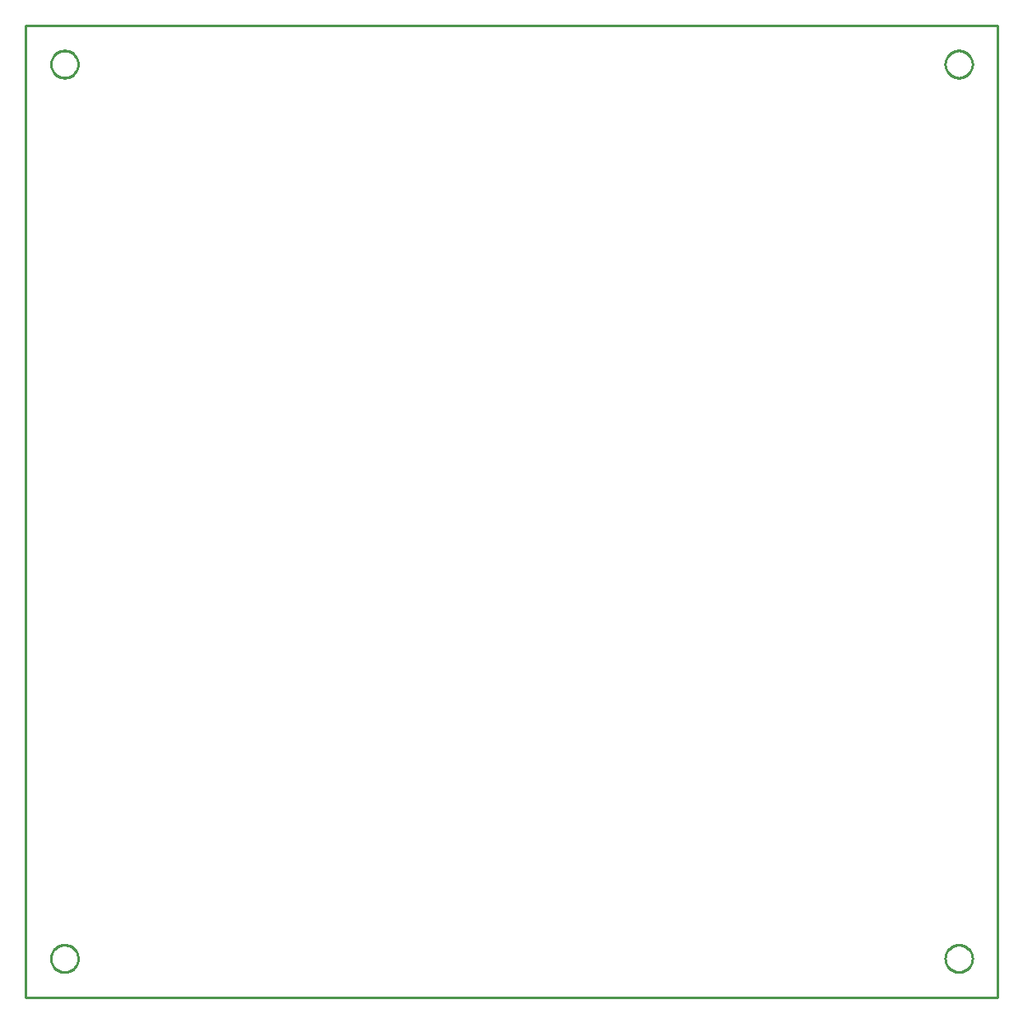
<source format=gbr>
G04 EAGLE Gerber RS-274X export*
G75*
%MOMM*%
%FSLAX34Y34*%
%LPD*%
%IN*%
%IPPOS*%
%AMOC8*
5,1,8,0,0,1.08239X$1,22.5*%
G01*
%ADD10C,0.254000*%


D10*
X0Y0D02*
X1000000Y0D01*
X1000000Y1000000D01*
X0Y1000000D01*
X0Y0D01*
X54000Y959500D02*
X53929Y958503D01*
X53786Y957513D01*
X53574Y956536D01*
X53292Y955576D01*
X52943Y954639D01*
X52527Y953729D01*
X52048Y952852D01*
X51507Y952010D01*
X50908Y951210D01*
X50253Y950454D01*
X49546Y949747D01*
X48790Y949092D01*
X47990Y948493D01*
X47148Y947952D01*
X46271Y947473D01*
X45361Y947057D01*
X44424Y946708D01*
X43465Y946426D01*
X42487Y946214D01*
X41498Y946071D01*
X40500Y946000D01*
X39500Y946000D01*
X38503Y946071D01*
X37513Y946214D01*
X36536Y946426D01*
X35576Y946708D01*
X34639Y947057D01*
X33729Y947473D01*
X32852Y947952D01*
X32010Y948493D01*
X31210Y949092D01*
X30454Y949747D01*
X29747Y950454D01*
X29092Y951210D01*
X28493Y952010D01*
X27952Y952852D01*
X27473Y953729D01*
X27057Y954639D01*
X26708Y955576D01*
X26426Y956536D01*
X26214Y957513D01*
X26071Y958503D01*
X26000Y959500D01*
X26000Y960500D01*
X26071Y961498D01*
X26214Y962487D01*
X26426Y963465D01*
X26708Y964424D01*
X27057Y965361D01*
X27473Y966271D01*
X27952Y967148D01*
X28493Y967990D01*
X29092Y968790D01*
X29747Y969546D01*
X30454Y970253D01*
X31210Y970908D01*
X32010Y971507D01*
X32852Y972048D01*
X33729Y972527D01*
X34639Y972943D01*
X35576Y973292D01*
X36536Y973574D01*
X37513Y973786D01*
X38503Y973929D01*
X39500Y974000D01*
X40500Y974000D01*
X41498Y973929D01*
X42487Y973786D01*
X43465Y973574D01*
X44424Y973292D01*
X45361Y972943D01*
X46271Y972527D01*
X47148Y972048D01*
X47990Y971507D01*
X48790Y970908D01*
X49546Y970253D01*
X50253Y969546D01*
X50908Y968790D01*
X51507Y967990D01*
X52048Y967148D01*
X52527Y966271D01*
X52943Y965361D01*
X53292Y964424D01*
X53574Y963465D01*
X53786Y962487D01*
X53929Y961498D01*
X54000Y960500D01*
X54000Y959500D01*
X974000Y959500D02*
X973929Y958503D01*
X973786Y957513D01*
X973574Y956536D01*
X973292Y955576D01*
X972943Y954639D01*
X972527Y953729D01*
X972048Y952852D01*
X971507Y952010D01*
X970908Y951210D01*
X970253Y950454D01*
X969546Y949747D01*
X968790Y949092D01*
X967990Y948493D01*
X967148Y947952D01*
X966271Y947473D01*
X965361Y947057D01*
X964424Y946708D01*
X963465Y946426D01*
X962487Y946214D01*
X961498Y946071D01*
X960500Y946000D01*
X959500Y946000D01*
X958503Y946071D01*
X957513Y946214D01*
X956536Y946426D01*
X955576Y946708D01*
X954639Y947057D01*
X953729Y947473D01*
X952852Y947952D01*
X952010Y948493D01*
X951210Y949092D01*
X950454Y949747D01*
X949747Y950454D01*
X949092Y951210D01*
X948493Y952010D01*
X947952Y952852D01*
X947473Y953729D01*
X947057Y954639D01*
X946708Y955576D01*
X946426Y956536D01*
X946214Y957513D01*
X946071Y958503D01*
X946000Y959500D01*
X946000Y960500D01*
X946071Y961498D01*
X946214Y962487D01*
X946426Y963465D01*
X946708Y964424D01*
X947057Y965361D01*
X947473Y966271D01*
X947952Y967148D01*
X948493Y967990D01*
X949092Y968790D01*
X949747Y969546D01*
X950454Y970253D01*
X951210Y970908D01*
X952010Y971507D01*
X952852Y972048D01*
X953729Y972527D01*
X954639Y972943D01*
X955576Y973292D01*
X956536Y973574D01*
X957513Y973786D01*
X958503Y973929D01*
X959500Y974000D01*
X960500Y974000D01*
X961498Y973929D01*
X962487Y973786D01*
X963465Y973574D01*
X964424Y973292D01*
X965361Y972943D01*
X966271Y972527D01*
X967148Y972048D01*
X967990Y971507D01*
X968790Y970908D01*
X969546Y970253D01*
X970253Y969546D01*
X970908Y968790D01*
X971507Y967990D01*
X972048Y967148D01*
X972527Y966271D01*
X972943Y965361D01*
X973292Y964424D01*
X973574Y963465D01*
X973786Y962487D01*
X973929Y961498D01*
X974000Y960500D01*
X974000Y959500D01*
X974000Y39500D02*
X973929Y38503D01*
X973786Y37513D01*
X973574Y36536D01*
X973292Y35576D01*
X972943Y34639D01*
X972527Y33729D01*
X972048Y32852D01*
X971507Y32010D01*
X970908Y31210D01*
X970253Y30454D01*
X969546Y29747D01*
X968790Y29092D01*
X967990Y28493D01*
X967148Y27952D01*
X966271Y27473D01*
X965361Y27057D01*
X964424Y26708D01*
X963465Y26426D01*
X962487Y26214D01*
X961498Y26071D01*
X960500Y26000D01*
X959500Y26000D01*
X958503Y26071D01*
X957513Y26214D01*
X956536Y26426D01*
X955576Y26708D01*
X954639Y27057D01*
X953729Y27473D01*
X952852Y27952D01*
X952010Y28493D01*
X951210Y29092D01*
X950454Y29747D01*
X949747Y30454D01*
X949092Y31210D01*
X948493Y32010D01*
X947952Y32852D01*
X947473Y33729D01*
X947057Y34639D01*
X946708Y35576D01*
X946426Y36536D01*
X946214Y37513D01*
X946071Y38503D01*
X946000Y39500D01*
X946000Y40500D01*
X946071Y41498D01*
X946214Y42487D01*
X946426Y43465D01*
X946708Y44424D01*
X947057Y45361D01*
X947473Y46271D01*
X947952Y47148D01*
X948493Y47990D01*
X949092Y48790D01*
X949747Y49546D01*
X950454Y50253D01*
X951210Y50908D01*
X952010Y51507D01*
X952852Y52048D01*
X953729Y52527D01*
X954639Y52943D01*
X955576Y53292D01*
X956536Y53574D01*
X957513Y53786D01*
X958503Y53929D01*
X959500Y54000D01*
X960500Y54000D01*
X961498Y53929D01*
X962487Y53786D01*
X963465Y53574D01*
X964424Y53292D01*
X965361Y52943D01*
X966271Y52527D01*
X967148Y52048D01*
X967990Y51507D01*
X968790Y50908D01*
X969546Y50253D01*
X970253Y49546D01*
X970908Y48790D01*
X971507Y47990D01*
X972048Y47148D01*
X972527Y46271D01*
X972943Y45361D01*
X973292Y44424D01*
X973574Y43465D01*
X973786Y42487D01*
X973929Y41498D01*
X974000Y40500D01*
X974000Y39500D01*
X54000Y39500D02*
X53929Y38503D01*
X53786Y37513D01*
X53574Y36536D01*
X53292Y35576D01*
X52943Y34639D01*
X52527Y33729D01*
X52048Y32852D01*
X51507Y32010D01*
X50908Y31210D01*
X50253Y30454D01*
X49546Y29747D01*
X48790Y29092D01*
X47990Y28493D01*
X47148Y27952D01*
X46271Y27473D01*
X45361Y27057D01*
X44424Y26708D01*
X43465Y26426D01*
X42487Y26214D01*
X41498Y26071D01*
X40500Y26000D01*
X39500Y26000D01*
X38503Y26071D01*
X37513Y26214D01*
X36536Y26426D01*
X35576Y26708D01*
X34639Y27057D01*
X33729Y27473D01*
X32852Y27952D01*
X32010Y28493D01*
X31210Y29092D01*
X30454Y29747D01*
X29747Y30454D01*
X29092Y31210D01*
X28493Y32010D01*
X27952Y32852D01*
X27473Y33729D01*
X27057Y34639D01*
X26708Y35576D01*
X26426Y36536D01*
X26214Y37513D01*
X26071Y38503D01*
X26000Y39500D01*
X26000Y40500D01*
X26071Y41498D01*
X26214Y42487D01*
X26426Y43465D01*
X26708Y44424D01*
X27057Y45361D01*
X27473Y46271D01*
X27952Y47148D01*
X28493Y47990D01*
X29092Y48790D01*
X29747Y49546D01*
X30454Y50253D01*
X31210Y50908D01*
X32010Y51507D01*
X32852Y52048D01*
X33729Y52527D01*
X34639Y52943D01*
X35576Y53292D01*
X36536Y53574D01*
X37513Y53786D01*
X38503Y53929D01*
X39500Y54000D01*
X40500Y54000D01*
X41498Y53929D01*
X42487Y53786D01*
X43465Y53574D01*
X44424Y53292D01*
X45361Y52943D01*
X46271Y52527D01*
X47148Y52048D01*
X47990Y51507D01*
X48790Y50908D01*
X49546Y50253D01*
X50253Y49546D01*
X50908Y48790D01*
X51507Y47990D01*
X52048Y47148D01*
X52527Y46271D01*
X52943Y45361D01*
X53292Y44424D01*
X53574Y43465D01*
X53786Y42487D01*
X53929Y41498D01*
X54000Y40500D01*
X54000Y39500D01*
M02*

</source>
